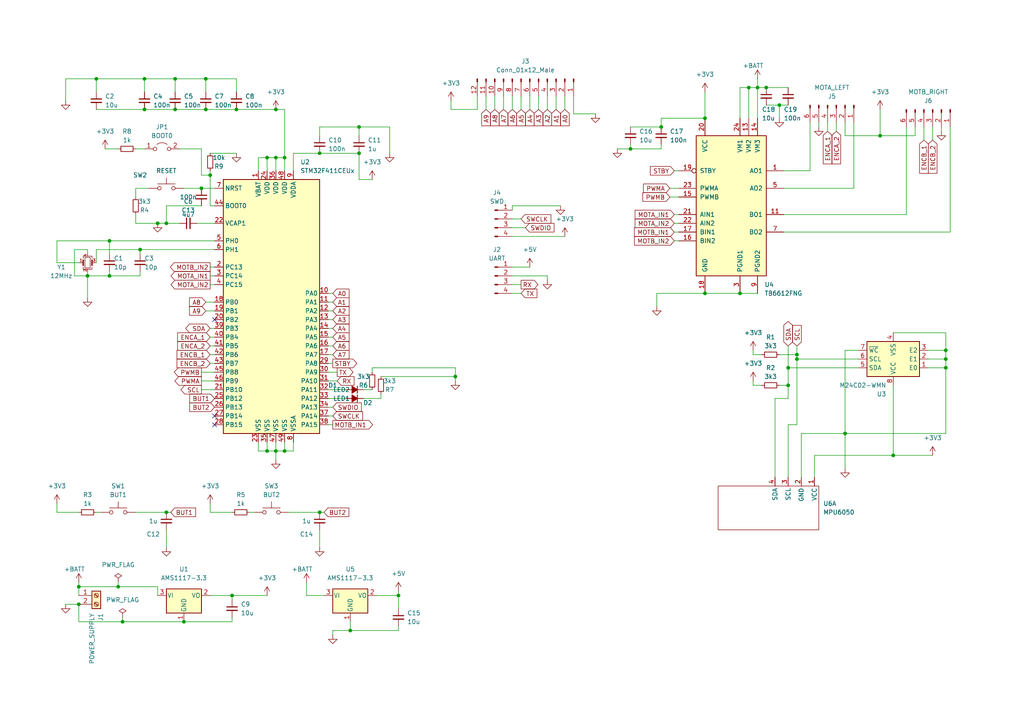
<source format=kicad_sch>
(kicad_sch (version 20211123) (generator eeschema)
  (paper "A4")
  (junction (at 67.31 172.72))
  (junction (at 219.71 25.4))
  (junction (at 27.94 22.86))
  (junction (at 48.26 64.77))
  (junction (at 104.14 36.83))
  (junction (at 82.55 130.81))
  (junction (at 82.55 45.72))
  (junction (at 59.69 22.86))
  (junction (at 231.14 102.87))
  (junction (at 80.01 130.81))
  (junction (at 92.71 148.59))
  (junction (at 50.8 22.86))
  (junction (at 228.6 111.76))
  (junction (at 274.32 106.68))
  (junction (at 101.6 182.88))
  (junction (at 40.64 72.39))
  (junction (at 204.47 34.29))
  (junction (at 104.14 44.45))
  (junction (at 191.77 36.83))
  (junction (at 58.42 54.61))
  (junction (at 59.69 31.75))
  (junction (at 77.47 130.81))
  (junction (at 60.96 50.8))
  (junction (at 48.26 148.59))
  (junction (at 92.71 44.45))
  (junction (at 228.6 106.68))
  (junction (at 22.86 170.18))
  (junction (at 132.08 109.22))
  (junction (at 31.75 69.85))
  (junction (at 274.32 101.6))
  (junction (at 217.17 25.4))
  (junction (at 182.88 43.18))
  (junction (at 255.27 39.37))
  (junction (at 45.72 64.77))
  (junction (at 77.47 45.72))
  (junction (at 41.91 31.75))
  (junction (at 259.08 132.08))
  (junction (at 274.32 104.14))
  (junction (at 35.56 180.34))
  (junction (at 80.01 45.72))
  (junction (at 226.06 30.48))
  (junction (at 31.75 80.01))
  (junction (at 214.63 85.09))
  (junction (at 50.8 31.75))
  (junction (at 222.25 25.4))
  (junction (at 68.58 31.75))
  (junction (at 204.47 85.09))
  (junction (at 22.86 175.26))
  (junction (at 231.14 104.14))
  (junction (at 115.57 172.72))
  (junction (at 25.4 80.01))
  (junction (at 53.34 180.34))
  (junction (at 80.01 31.75))
  (junction (at 34.29 170.18))
  (junction (at 41.91 22.86))
  (junction (at 245.11 125.73))
  (no_connect (at 62.23 120.65))
  (no_connect (at 62.23 123.19))
  (no_connect (at 62.23 92.71))
  (wire (pts (xy 140.97 27.94) (xy 140.97 31.75)))
  (wire (pts (xy 31.75 69.85) (xy 62.23 69.85)))
  (wire (pts (xy 41.91 22.86) (xy 41.91 26.67)))
  (wire (pts (xy 228.6 106.68) (xy 228.6 111.76)))
  (wire (pts (xy 100.33 113.03) (xy 95.25 113.03)))
  (wire (pts (xy 30.48 43.18) (xy 34.29 43.18)))
  (wire (pts (xy 53.34 54.61) (xy 58.42 54.61)))
  (wire (pts (xy 218.44 110.49) (xy 218.44 111.76)))
  (wire (pts (xy 21.59 72.39) (xy 25.4 72.39)))
  (wire (pts (xy 132.08 106.68) (xy 107.95 106.68)))
  (wire (pts (xy 60.96 44.45) (xy 68.58 44.45)))
  (wire (pts (xy 219.71 25.4) (xy 222.25 25.4)))
  (wire (pts (xy 68.58 26.67) (xy 68.58 22.86)))
  (wire (pts (xy 191.77 43.18) (xy 191.77 41.91)))
  (wire (pts (xy 68.58 22.86) (xy 59.69 22.86)))
  (wire (pts (xy 217.17 25.4) (xy 219.71 25.4)))
  (wire (pts (xy 60.96 95.25) (xy 62.23 95.25)))
  (wire (pts (xy 40.64 72.39) (xy 40.64 73.66)))
  (wire (pts (xy 83.82 148.59) (xy 92.71 148.59)))
  (wire (pts (xy 195.58 49.53) (xy 196.85 49.53)))
  (wire (pts (xy 77.47 128.27) (xy 77.47 130.81)))
  (wire (pts (xy 27.94 148.59) (xy 29.21 148.59)))
  (wire (pts (xy 58.42 50.8) (xy 60.96 50.8)))
  (wire (pts (xy 151.13 27.94) (xy 151.13 31.75)))
  (wire (pts (xy 25.4 80.01) (xy 25.4 86.36)))
  (wire (pts (xy 255.27 39.37) (xy 265.43 39.37)))
  (wire (pts (xy 85.09 44.45) (xy 85.09 49.53)))
  (wire (pts (xy 82.55 128.27) (xy 82.55 130.81)))
  (wire (pts (xy 16.51 76.2) (xy 16.51 69.85)))
  (wire (pts (xy 95.25 87.63) (xy 96.52 87.63)))
  (wire (pts (xy 77.47 45.72) (xy 77.47 49.53)))
  (wire (pts (xy 259.08 111.76) (xy 259.08 132.08)))
  (wire (pts (xy 195.58 64.77) (xy 196.85 64.77)))
  (wire (pts (xy 107.95 113.03) (xy 105.41 113.03)))
  (wire (pts (xy 218.44 111.76) (xy 220.98 111.76)))
  (wire (pts (xy 31.75 80.01) (xy 40.64 80.01)))
  (wire (pts (xy 59.69 90.17) (xy 62.23 90.17)))
  (wire (pts (xy 60.96 50.8) (xy 60.96 59.69)))
  (wire (pts (xy 267.97 36.83) (xy 267.97 40.64)))
  (wire (pts (xy 148.59 85.09) (xy 151.13 85.09)))
  (wire (pts (xy 95.25 90.17) (xy 96.52 90.17)))
  (wire (pts (xy 58.42 113.03) (xy 62.23 113.03)))
  (wire (pts (xy 245.11 125.73) (xy 245.11 135.89)))
  (wire (pts (xy 57.15 64.77) (xy 62.23 64.77)))
  (wire (pts (xy 274.32 96.52) (xy 259.08 96.52)))
  (wire (pts (xy 217.17 25.4) (xy 214.63 25.4)))
  (wire (pts (xy 101.6 182.88) (xy 115.57 182.88)))
  (wire (pts (xy 242.57 35.56) (xy 242.57 38.1)))
  (wire (pts (xy 228.6 100.33) (xy 228.6 106.68)))
  (wire (pts (xy 247.65 54.61) (xy 247.65 35.56)))
  (wire (pts (xy 74.93 128.27) (xy 74.93 130.81)))
  (wire (pts (xy 130.81 31.75) (xy 138.43 31.75)))
  (wire (pts (xy 25.4 80.01) (xy 31.75 80.01)))
  (wire (pts (xy 16.51 69.85) (xy 31.75 69.85)))
  (wire (pts (xy 88.9 172.72) (xy 93.98 172.72)))
  (wire (pts (xy 68.58 31.75) (xy 80.01 31.75)))
  (wire (pts (xy 41.91 31.75) (xy 50.8 31.75)))
  (wire (pts (xy 130.81 29.21) (xy 130.81 31.75)))
  (wire (pts (xy 27.94 31.75) (xy 41.91 31.75)))
  (wire (pts (xy 222.25 25.4) (xy 228.6 25.4)))
  (wire (pts (xy 95.25 102.87) (xy 96.52 102.87)))
  (wire (pts (xy 27.94 22.86) (xy 27.94 26.67)))
  (wire (pts (xy 95.25 123.19) (xy 96.52 123.19)))
  (wire (pts (xy 39.37 148.59) (xy 48.26 148.59)))
  (wire (pts (xy 50.8 22.86) (xy 41.91 22.86)))
  (wire (pts (xy 228.6 106.68) (xy 248.92 106.68)))
  (wire (pts (xy 232.41 125.73) (xy 245.11 125.73)))
  (wire (pts (xy 236.22 132.08) (xy 259.08 132.08)))
  (wire (pts (xy 67.31 173.99) (xy 67.31 172.72)))
  (wire (pts (xy 218.44 102.87) (xy 220.98 102.87)))
  (wire (pts (xy 50.8 22.86) (xy 50.8 26.67)))
  (wire (pts (xy 138.43 31.75) (xy 138.43 27.94)))
  (wire (pts (xy 48.26 148.59) (xy 49.53 148.59)))
  (wire (pts (xy 60.96 82.55) (xy 62.23 82.55)))
  (wire (pts (xy 72.39 148.59) (xy 73.66 148.59)))
  (wire (pts (xy 274.32 101.6) (xy 274.32 104.14)))
  (wire (pts (xy 195.58 67.31) (xy 196.85 67.31)))
  (wire (pts (xy 35.56 180.34) (xy 53.34 180.34)))
  (wire (pts (xy 148.59 63.5) (xy 151.13 63.5)))
  (wire (pts (xy 74.93 130.81) (xy 77.47 130.81)))
  (wire (pts (xy 60.96 49.53) (xy 60.96 50.8)))
  (wire (pts (xy 22.86 76.2) (xy 16.51 76.2)))
  (wire (pts (xy 101.6 180.34) (xy 101.6 182.88)))
  (wire (pts (xy 224.79 115.57) (xy 228.6 115.57)))
  (wire (pts (xy 80.01 133.35) (xy 80.01 130.81)))
  (wire (pts (xy 27.94 22.86) (xy 19.05 22.86)))
  (wire (pts (xy 43.18 54.61) (xy 39.37 54.61)))
  (wire (pts (xy 22.86 170.18) (xy 22.86 172.72)))
  (wire (pts (xy 204.47 85.09) (xy 214.63 85.09)))
  (wire (pts (xy 143.51 27.94) (xy 143.51 31.75)))
  (wire (pts (xy 226.06 34.29) (xy 226.06 30.48)))
  (wire (pts (xy 40.64 78.74) (xy 40.64 80.01)))
  (wire (pts (xy 245.11 125.73) (xy 274.32 125.73)))
  (wire (pts (xy 245.11 35.56) (xy 245.11 39.37)))
  (wire (pts (xy 166.37 33.02) (xy 166.37 27.94)))
  (wire (pts (xy 95.25 97.79) (xy 96.52 97.79)))
  (wire (pts (xy 231.14 104.14) (xy 231.14 123.19)))
  (wire (pts (xy 104.14 36.83) (xy 104.14 39.37)))
  (wire (pts (xy 132.08 106.68) (xy 132.08 109.22)))
  (wire (pts (xy 60.96 102.87) (xy 62.23 102.87)))
  (wire (pts (xy 82.55 130.81) (xy 85.09 130.81)))
  (wire (pts (xy 95.25 120.65) (xy 96.52 120.65)))
  (wire (pts (xy 153.67 27.94) (xy 153.67 31.75)))
  (wire (pts (xy 35.56 179.07) (xy 35.56 180.34)))
  (wire (pts (xy 52.07 43.18) (xy 58.42 43.18)))
  (wire (pts (xy 74.93 45.72) (xy 74.93 49.53)))
  (wire (pts (xy 274.32 104.14) (xy 274.32 106.68)))
  (wire (pts (xy 80.01 31.75) (xy 82.55 31.75)))
  (wire (pts (xy 115.57 181.61) (xy 115.57 182.88)))
  (wire (pts (xy 194.31 54.61) (xy 196.85 54.61)))
  (wire (pts (xy 27.94 72.39) (xy 27.94 76.2)))
  (wire (pts (xy 82.55 45.72) (xy 82.55 49.53)))
  (wire (pts (xy 195.58 69.85) (xy 196.85 69.85)))
  (wire (pts (xy 274.32 96.52) (xy 274.32 101.6)))
  (wire (pts (xy 182.88 36.83) (xy 191.77 36.83)))
  (wire (pts (xy 226.06 30.48) (xy 228.6 30.48)))
  (wire (pts (xy 60.96 100.33) (xy 62.23 100.33)))
  (wire (pts (xy 191.77 34.29) (xy 204.47 34.29)))
  (wire (pts (xy 214.63 25.4) (xy 214.63 34.29)))
  (wire (pts (xy 194.31 57.15) (xy 196.85 57.15)))
  (wire (pts (xy 148.59 27.94) (xy 148.59 31.75)))
  (wire (pts (xy 148.59 77.47) (xy 153.67 77.47)))
  (wire (pts (xy 60.96 77.47) (xy 62.23 77.47)))
  (wire (pts (xy 58.42 59.69) (xy 48.26 59.69)))
  (wire (pts (xy 245.11 39.37) (xy 255.27 39.37)))
  (wire (pts (xy 269.24 101.6) (xy 274.32 101.6)))
  (wire (pts (xy 60.96 105.41) (xy 62.23 105.41)))
  (wire (pts (xy 148.59 66.04) (xy 152.4 66.04)))
  (wire (pts (xy 146.05 27.94) (xy 146.05 31.75)))
  (wire (pts (xy 97.79 110.49) (xy 95.25 110.49)))
  (wire (pts (xy 21.59 80.01) (xy 21.59 72.39)))
  (wire (pts (xy 148.59 59.69) (xy 162.56 59.69)))
  (wire (pts (xy 85.09 130.81) (xy 85.09 128.27)))
  (wire (pts (xy 22.86 175.26) (xy 22.86 180.34)))
  (wire (pts (xy 25.4 80.01) (xy 21.59 80.01)))
  (wire (pts (xy 232.41 125.73) (xy 232.41 138.43)))
  (wire (pts (xy 19.05 175.26) (xy 22.86 175.26)))
  (wire (pts (xy 67.31 179.07) (xy 67.31 180.34)))
  (wire (pts (xy 275.59 67.31) (xy 275.59 36.83)))
  (wire (pts (xy 60.96 148.59) (xy 67.31 148.59)))
  (wire (pts (xy 148.59 82.55) (xy 151.13 82.55)))
  (wire (pts (xy 60.96 97.79) (xy 62.23 97.79)))
  (wire (pts (xy 92.71 44.45) (xy 104.14 44.45)))
  (wire (pts (xy 16.51 146.05) (xy 16.51 148.59)))
  (wire (pts (xy 274.32 106.68) (xy 274.32 125.73)))
  (wire (pts (xy 240.03 35.56) (xy 240.03 38.1)))
  (wire (pts (xy 95.25 107.95) (xy 97.79 107.95)))
  (wire (pts (xy 236.22 132.08) (xy 236.22 138.43)))
  (wire (pts (xy 228.6 115.57) (xy 228.6 111.76)))
  (wire (pts (xy 92.71 148.59) (xy 93.98 148.59)))
  (wire (pts (xy 115.57 171.45) (xy 115.57 172.72)))
  (wire (pts (xy 80.01 45.72) (xy 77.47 45.72)))
  (wire (pts (xy 25.4 72.39) (xy 25.4 73.66)))
  (wire (pts (xy 58.42 54.61) (xy 62.23 54.61)))
  (wire (pts (xy 19.05 22.86) (xy 19.05 29.21)))
  (wire (pts (xy 115.57 172.72) (xy 115.57 176.53)))
  (wire (pts (xy 228.6 123.19) (xy 231.14 123.19)))
  (wire (pts (xy 92.71 44.45) (xy 85.09 44.45)))
  (wire (pts (xy 107.95 106.68) (xy 107.95 107.95)))
  (wire (pts (xy 262.89 62.23) (xy 262.89 36.83)))
  (wire (pts (xy 156.21 27.94) (xy 156.21 31.75)))
  (wire (pts (xy 234.95 49.53) (xy 234.95 35.56)))
  (wire (pts (xy 34.29 168.91) (xy 34.29 170.18)))
  (wire (pts (xy 218.44 101.6) (xy 218.44 102.87)))
  (wire (pts (xy 50.8 31.75) (xy 59.69 31.75)))
  (wire (pts (xy 80.01 45.72) (xy 80.01 49.53)))
  (wire (pts (xy 88.9 168.91) (xy 88.9 172.72)))
  (wire (pts (xy 27.94 72.39) (xy 40.64 72.39)))
  (wire (pts (xy 204.47 26.67) (xy 204.47 34.29)))
  (wire (pts (xy 80.01 130.81) (xy 82.55 130.81)))
  (wire (pts (xy 132.08 109.22) (xy 132.08 110.49)))
  (wire (pts (xy 224.79 138.43) (xy 224.79 115.57)))
  (wire (pts (xy 60.96 80.01) (xy 62.23 80.01)))
  (wire (pts (xy 31.75 78.74) (xy 31.75 80.01)))
  (wire (pts (xy 82.55 31.75) (xy 82.55 45.72)))
  (wire (pts (xy 148.59 59.69) (xy 148.59 60.96)))
  (wire (pts (xy 95.25 95.25) (xy 96.52 95.25)))
  (wire (pts (xy 179.07 43.18) (xy 182.88 43.18)))
  (wire (pts (xy 104.14 36.83) (xy 92.71 36.83)))
  (wire (pts (xy 219.71 25.4) (xy 219.71 34.29)))
  (wire (pts (xy 100.33 115.57) (xy 95.25 115.57)))
  (wire (pts (xy 231.14 100.33) (xy 231.14 102.87)))
  (wire (pts (xy 34.29 170.18) (xy 45.72 170.18)))
  (wire (pts (xy 227.33 49.53) (xy 234.95 49.53)))
  (wire (pts (xy 82.55 45.72) (xy 80.01 45.72)))
  (wire (pts (xy 58.42 110.49) (xy 62.23 110.49)))
  (wire (pts (xy 96.52 184.15) (xy 96.52 182.88)))
  (wire (pts (xy 191.77 36.83) (xy 191.77 34.29)))
  (wire (pts (xy 231.14 102.87) (xy 231.14 104.14)))
  (wire (pts (xy 59.69 22.86) (xy 50.8 22.86)))
  (wire (pts (xy 269.24 106.68) (xy 274.32 106.68)))
  (wire (pts (xy 39.37 54.61) (xy 39.37 57.15)))
  (wire (pts (xy 22.86 180.34) (xy 35.56 180.34)))
  (wire (pts (xy 31.75 69.85) (xy 31.75 73.66)))
  (wire (pts (xy 104.14 44.45) (xy 104.14 52.07)))
  (wire (pts (xy 77.47 45.72) (xy 74.93 45.72)))
  (wire (pts (xy 227.33 62.23) (xy 262.89 62.23)))
  (wire (pts (xy 92.71 36.83) (xy 92.71 39.37)))
  (wire (pts (xy 77.47 130.81) (xy 80.01 130.81)))
  (wire (pts (xy 58.42 107.95) (xy 62.23 107.95)))
  (wire (pts (xy 259.08 132.08) (xy 270.51 132.08)))
  (wire (pts (xy 237.49 35.56) (xy 237.49 36.83)))
  (wire (pts (xy 219.71 22.86) (xy 219.71 25.4)))
  (wire (pts (xy 269.24 104.14) (xy 274.32 104.14)))
  (wire (pts (xy 163.83 27.94) (xy 163.83 31.75)))
  (wire (pts (xy 265.43 36.83) (xy 265.43 39.37)))
  (wire (pts (xy 45.72 170.18) (xy 45.72 172.72)))
  (wire (pts (xy 231.14 104.14) (xy 248.92 104.14)))
  (wire (pts (xy 245.11 101.6) (xy 245.11 125.73)))
  (wire (pts (xy 53.34 180.34) (xy 67.31 180.34)))
  (wire (pts (xy 22.86 168.91) (xy 22.86 170.18)))
  (wire (pts (xy 92.71 153.67) (xy 92.71 158.75)))
  (wire (pts (xy 273.05 36.83) (xy 273.05 38.1)))
  (wire (pts (xy 77.47 172.72) (xy 67.31 172.72)))
  (wire (pts (xy 113.03 44.45) (xy 113.03 36.83)))
  (wire (pts (xy 228.6 138.43) (xy 228.6 123.19)))
  (wire (pts (xy 60.96 59.69) (xy 62.23 59.69)))
  (wire (pts (xy 226.06 111.76) (xy 228.6 111.76)))
  (wire (pts (xy 226.06 102.87) (xy 231.14 102.87)))
  (wire (pts (xy 226.06 30.48) (xy 222.25 30.48)))
  (wire (pts (xy 39.37 43.18) (xy 41.91 43.18)))
  (wire (pts (xy 190.5 88.9) (xy 190.5 85.09)))
  (wire (pts (xy 104.14 36.83) (xy 113.03 36.83)))
  (wire (pts (xy 95.25 100.33) (xy 96.52 100.33)))
  (wire (pts (xy 48.26 59.69) (xy 48.26 64.77)))
  (wire (pts (xy 172.72 33.02) (xy 166.37 33.02)))
  (wire (pts (xy 39.37 62.23) (xy 39.37 64.77)))
  (wire (pts (xy 195.58 62.23) (xy 196.85 62.23)))
  (wire (pts (xy 182.88 43.18) (xy 191.77 43.18)))
  (wire (pts (xy 227.33 67.31) (xy 275.59 67.31)))
  (wire (pts (xy 59.69 22.86) (xy 59.69 26.67)))
  (wire (pts (xy 245.11 101.6) (xy 248.92 101.6)))
  (wire (pts (xy 45.72 64.77) (xy 48.26 64.77)))
  (wire (pts (xy 60.96 172.72) (xy 67.31 172.72)))
  (wire (pts (xy 132.08 109.22) (xy 110.49 109.22)))
  (wire (pts (xy 270.51 36.83) (xy 270.51 40.64)))
  (wire (pts (xy 22.86 170.18) (xy 34.29 170.18)))
  (wire (pts (xy 110.49 114.3) (xy 110.49 115.57)))
  (wire (pts (xy 95.25 85.09) (xy 96.52 85.09)))
  (wire (pts (xy 255.27 31.75) (xy 255.27 39.37)))
  (wire (pts (xy 95.25 92.71) (xy 96.52 92.71)))
  (wire (pts (xy 95.25 118.11) (xy 96.52 118.11)))
  (wire (pts (xy 48.26 64.77) (xy 52.07 64.77)))
  (wire (pts (xy 95.25 105.41) (xy 96.52 105.41)))
  (wire (pts (xy 107.95 52.07) (xy 104.14 52.07)))
  (wire (pts (xy 214.63 85.09) (xy 219.71 85.09)))
  (wire (pts (xy 59.69 87.63) (xy 62.23 87.63)))
  (wire (pts (xy 148.59 80.01) (xy 158.75 80.01)))
  (wire (pts (xy 110.49 115.57) (xy 105.41 115.57)))
  (wire (pts (xy 161.29 27.94) (xy 161.29 31.75)))
  (wire (pts (xy 59.69 31.75) (xy 68.58 31.75)))
  (wire (pts (xy 96.52 182.88) (xy 101.6 182.88)))
  (wire (pts (xy 158.75 80.01) (xy 158.75 81.28)))
  (wire (pts (xy 148.59 68.58) (xy 163.83 68.58)))
  (wire (pts (xy 227.33 54.61) (xy 247.65 54.61)))
  (wire (pts (xy 41.91 22.86) (xy 27.94 22.86)))
  (wire (pts (xy 109.22 172.72) (xy 115.57 172.72)))
  (wire (pts (xy 190.5 85.09) (xy 204.47 85.09)))
  (wire (pts (xy 16.51 148.59) (xy 22.86 148.59)))
  (wire (pts (xy 39.37 64.77) (xy 45.72 64.77)))
  (wire (pts (xy 25.4 78.74) (xy 25.4 80.01)))
  (wire (pts (xy 217.17 25.4) (xy 217.17 34.29)))
  (wire (pts (xy 48.26 153.67) (xy 48.26 158.75)))
  (wire (pts (xy 80.01 128.27) (xy 80.01 130.81)))
  (wire (pts (xy 158.75 27.94) (xy 158.75 31.75)))
  (wire (pts (xy 60.96 146.05) (xy 60.96 148.59)))
  (wire (pts (xy 40.64 72.39) (xy 62.23 72.39)))
  (wire (pts (xy 182.88 43.18) (xy 182.88 41.91)))
  (wire (pts (xy 58.42 43.18) (xy 58.42 50.8)))
  (global_label "BUT2" (shape input) (at 62.23 118.11 180) (property "Intersheet References" "${INTERSHEET_REFS}" (effects hide)))
  (global_label "A4" (shape input) (at 96.52 95.25 0) (property "Intersheet References" "${INTERSHEET_REFS}" (effects hide)))
  (global_label "ENCA_2" (shape input) (at 60.96 100.33 180) (property "Intersheet References" "${INTERSHEET_REFS}" (effects hide)))
  (global_label "MOTB_IN1" (shape output) (at 96.52 123.19 0) (property "Intersheet References" "${INTERSHEET_REFS}" (effects hide)))
  (global_label "BUT2" (shape input) (at 93.98 148.59 0) (property "Intersheet References" "${INTERSHEET_REFS}" (effects hide)))
  (global_label "ENCB_1" (shape input) (at 60.96 102.87 180) (property "Intersheet References" "${INTERSHEET_REFS}" (effects hide)))
  (global_label "A8" (shape input) (at 143.51 31.75 270) (property "Intersheet References" "${INTERSHEET_REFS}" (effects hide)))
  (global_label "MOTA_IN2" (shape output) (at 60.96 82.55 180) (property "Intersheet References" "${INTERSHEET_REFS}" (effects hide)))
  (global_label "SWDIO" (shape input) (at 152.4 66.04 0) (property "Intersheet References" "${INTERSHEET_REFS}" (effects hide)))
  (global_label "MOTB_IN2" (shape input) (at 195.58 69.85 180) (property "Intersheet References" "${INTERSHEET_REFS}" (effects hide)))
  (global_label "TX" (shape output) (at 97.79 107.95 0) (property "Intersheet References" "${INTERSHEET_REFS}" (effects hide)))
  (global_label "A0" (shape input) (at 163.83 31.75 270) (property "Intersheet References" "${INTERSHEET_REFS}" (effects hide)))
  (global_label "BUT1" (shape input) (at 62.23 115.57 180) (property "Intersheet References" "${INTERSHEET_REFS}" (effects hide)))
  (global_label "A5" (shape input) (at 96.52 97.79 0) (property "Intersheet References" "${INTERSHEET_REFS}" (effects hide)))
  (global_label "SWDIO" (shape input) (at 96.52 118.11 0) (property "Intersheet References" "${INTERSHEET_REFS}" (effects hide)))
  (global_label "RX" (shape input) (at 97.79 110.49 0) (property "Intersheet References" "${INTERSHEET_REFS}" (effects hide)))
  (global_label "SWCLK" (shape input) (at 151.13 63.5 0) (property "Intersheet References" "${INTERSHEET_REFS}" (effects hide)))
  (global_label "A8" (shape input) (at 59.69 87.63 180) (property "Intersheet References" "${INTERSHEET_REFS}" (effects hide)))
  (global_label "PWMB" (shape input) (at 194.31 57.15 180) (property "Intersheet References" "${INTERSHEET_REFS}" (effects hide)))
  (global_label "A4" (shape input) (at 153.67 31.75 270) (property "Intersheet References" "${INTERSHEET_REFS}" (effects hide)))
  (global_label "BUT1" (shape input) (at 49.53 148.59 0) (property "Intersheet References" "${INTERSHEET_REFS}" (effects hide)))
  (global_label "A3" (shape input) (at 156.21 31.75 270) (property "Intersheet References" "${INTERSHEET_REFS}" (effects hide)))
  (global_label "STBY" (shape output) (at 96.52 105.41 0) (property "Intersheet References" "${INTERSHEET_REFS}" (effects hide)))
  (global_label "A0" (shape input) (at 96.52 85.09 0) (property "Intersheet References" "${INTERSHEET_REFS}" (effects hide)))
  (global_label "A5" (shape input) (at 151.13 31.75 270) (property "Intersheet References" "${INTERSHEET_REFS}" (effects hide)))
  (global_label "A9" (shape input) (at 59.69 90.17 180) (property "Intersheet References" "${INTERSHEET_REFS}" (effects hide)))
  (global_label "MOTA_IN2" (shape input) (at 195.58 64.77 180) (property "Intersheet References" "${INTERSHEET_REFS}" (effects hide)))
  (global_label "A1" (shape input) (at 96.52 87.63 0) (property "Intersheet References" "${INTERSHEET_REFS}" (effects hide)))
  (global_label "A7" (shape input) (at 146.05 31.75 270) (property "Intersheet References" "${INTERSHEET_REFS}" (effects hide)))
  (global_label "A2" (shape input) (at 96.52 90.17 0) (property "Intersheet References" "${INTERSHEET_REFS}" (effects hide)))
  (global_label "RX" (shape output) (at 151.13 82.55 0) (property "Intersheet References" "${INTERSHEET_REFS}" (effects hide)))
  (global_label "MOTB_IN2" (shape output) (at 60.96 77.47 180) (property "Intersheet References" "${INTERSHEET_REFS}" (effects hide)))
  (global_label "SWCLK" (shape input) (at 96.52 120.65 0) (property "Intersheet References" "${INTERSHEET_REFS}" (effects hide)))
  (global_label "A9" (shape input) (at 140.97 31.75 270) (property "Intersheet References" "${INTERSHEET_REFS}" (effects hide)))
  (global_label "SDA" (shape bidirectional) (at 228.6 100.33 90) (property "Intersheet References" "${INTERSHEET_REFS}" (effects hide)))
  (global_label "STBY" (shape input) (at 195.58 49.53 180) (property "Intersheet References" "${INTERSHEET_REFS}" (effects hide)))
  (global_label "ENCB_1" (shape input) (at 267.97 40.64 270) (property "Intersheet References" "${INTERSHEET_REFS}" (effects hide)))
  (global_label "A7" (shape input) (at 96.52 102.87 0) (property "Intersheet References" "${INTERSHEET_REFS}" (effects hide)))
  (global_label "PWMA" (shape output) (at 58.42 110.49 180) (property "Intersheet References" "${INTERSHEET_REFS}" (effects hide)))
  (global_label "PWMA" (shape input) (at 194.31 54.61 180) (property "Intersheet References" "${INTERSHEET_REFS}" (effects hide)))
  (global_label "MOTB_IN1" (shape input) (at 195.58 67.31 180) (property "Intersheet References" "${INTERSHEET_REFS}" (effects hide)))
  (global_label "ENCA_2" (shape input) (at 242.57 38.1 270) (property "Intersheet References" "${INTERSHEET_REFS}" (effects hide)))
  (global_label "A6" (shape input) (at 148.59 31.75 270) (property "Intersheet References" "${INTERSHEET_REFS}" (effects hide)))
  (global_label "SDA" (shape bidirectional) (at 60.96 95.25 180) (property "Intersheet References" "${INTERSHEET_REFS}" (effects hide)))
  (global_label "ENCB_2" (shape input) (at 60.96 105.41 180) (property "Intersheet References" "${INTERSHEET_REFS}" (effects hide)))
  (global_label "SCL" (shape input) (at 231.14 100.33 90) (property "Intersheet References" "${INTERSHEET_REFS}" (effects hide)))
  (global_label "PWMB" (shape output) (at 58.42 107.95 180) (property "Intersheet References" "${INTERSHEET_REFS}" (effects hide)))
  (global_label "ENCA_1" (shape input) (at 60.96 97.79 180) (property "Intersheet References" "${INTERSHEET_REFS}" (effects hide)))
  (global_label "A2" (shape input) (at 158.75 31.75 270) (property "Intersheet References" "${INTERSHEET_REFS}" (effects hide)))
  (global_label "MOTA_IN1" (shape output) (at 60.96 80.01 180) (property "Intersheet References" "${INTERSHEET_REFS}" (effects hide)))
  (global_label "ENCB_2" (shape input) (at 270.51 40.64 270) (property "Intersheet References" "${INTERSHEET_REFS}" (effects hide)))
  (global_label "SCL" (shape output) (at 58.42 113.03 180) (property "Intersheet References" "${INTERSHEET_REFS}" (effects hide)))
  (global_label "A6" (shape input) (at 96.52 100.33 0) (property "Intersheet References" "${INTERSHEET_REFS}" (effects hide)))
  (global_label "MOTA_IN1" (shape input) (at 195.58 62.23 180) (property "Intersheet References" "${INTERSHEET_REFS}" (effects hide)))
  (global_label "TX" (shape input) (at 151.13 85.09 0) (property "Intersheet References" "${INTERSHEET_REFS}" (effects hide)))
  (global_label "A1" (shape input) (at 161.29 31.75 270) (property "Intersheet References" "${INTERSHEET_REFS}" (effects hide)))
  (global_label "ENCA_1" (shape input) (at 240.03 38.1 270) (property "Intersheet References" "${INTERSHEET_REFS}" (effects hide)))
  (global_label "A3" (shape input) (at 96.52 92.71 0) (property "Intersheet References" "${INTERSHEET_REFS}" (effects hide)))
  (symbol (lib_id "power:+3V3") (at 80.01 31.75 0) (unit 1)
    (property "Reference" "#PWR0115" (effects hide))
    (property "Value" "+3V3" (at 80.01 26.67 0))
  )
  (symbol (lib_id "power:PWR_FLAG") (at 34.29 168.91 0) (unit 1)
    (property "Reference" "#FLG0102" (effects hide))
    (property "Value" "PWR_FLAG" (at 34.29 163.83 0))
  )
  (symbol (lib_id "Connector:Conn_01x06_Male") (at 242.57 30.48 270) (unit 1)
    (property "Reference" "J5" (at 241.3 27.94 90))
    (property "Value" "MOTA_LEFT" (at 241.3 25.4 90))
    (property "Footprint" "Connector_PinSocket_2.54mm:PinSocket_1x06_P2.54mm_Vertical" (effects hide))
  )
  (symbol (lib_id "power:GND") (at 80.01 133.35 0) (unit 1)
    (property "Reference" "#PWR0113" (effects hide))
    (property "Value" "GND" (effects hide))
  )
  (symbol (lib_id "Device:C_Small") (at 191.77 39.37 0) (mirror y) (unit 1)
    (property "Reference" "C17" (at 194.31 38.1062 0) (effects (justify right)))
    (property "Value" "100n" (at 194.31 40.6462 0) (effects (justify right)))
    (property "Footprint" "Capacitor_SMD:C_0603_1608Metric_Pad1.08x0.95mm_HandSolder" (effects hide))
  )
  (symbol (lib_id "MY_ACC:MPU6050") (at 238.76 148.59 270) (unit 1)
    (property "Reference" "U6" (at 238.76 146.0499 90) (effects (justify left)))
    (property "Value" "MPU6050" (at 238.76 148.5899 90) (effects (justify left)))
    (property "Footprint" "MPU6050:MPU6050THT" (effects hide))
  )
  (symbol (lib_id "power:+3V3") (at 130.81 29.21 0) (unit 1)
    (property "Reference" "#PWR0108" (effects hide))
    (property "Value" "+3V3" (at 130.81 24.13 0))
  )
  (symbol (lib_id "Device:D_Small_Filled") (at 102.87 113.03 180) (unit 1)
    (property "Reference" "D1" (at 96.52 111.76 0))
    (property "Value" "LED2" (at 99.06 113.03 0))
    (property "Footprint" "LED_SMD:LED_0805_2012Metric_Pad1.15x1.40mm_HandSolder" (effects hide))
  )
  (symbol (lib_id "power:GND") (at 190.5 88.9 0) (unit 1)
    (property "Reference" "#PWR015" (effects hide))
    (property "Value" "GND" (effects hide))
  )
  (symbol (lib_id "Device:C_Small") (at 27.94 29.21 0) (mirror y) (unit 1)
    (property "Reference" "C2" (at 30.48 27.9462 0) (effects (justify right)))
    (property "Value" "10u" (at 30.48 30.4862 0) (effects (justify right)))
    (property "Footprint" "Capacitor_SMD:C_0805_2012Metric_Pad1.18x1.45mm_HandSolder" (effects hide))
  )
  (symbol (lib_id "Device:C_Small") (at 92.71 41.91 0) (mirror y) (unit 1)
    (property "Reference" "C10" (at 95.25 40.6462 0) (effects (justify right)))
    (property "Value" "100n" (at 95.25 43.1862 0) (effects (justify right)))
    (property "Footprint" "Capacitor_SMD:C_0603_1608Metric_Pad1.08x0.95mm_HandSolder" (effects hide))
  )
  (symbol (lib_id "power:+3V3") (at 107.95 52.07 0) (unit 1)
    (property "Reference" "#PWR0116" (effects hide))
    (property "Value" "+3V3" (at 107.95 46.99 0))
  )
  (symbol (lib_id "Regulator_Linear:AMS1117-3.3") (at 101.6 172.72 0) (unit 1)
    (property "Reference" "U5" (at 101.6 165.1 0))
    (property "Value" "AMS1117-3.3" (at 101.6 167.64 0))
    (property "Footprint" "Package_TO_SOT_SMD:SOT-223-3_TabPin2" (effects hide))
    (property "Datasheet" "http://www.advanced-monolithic.com/pdf/ds1117.pdf" (effects hide))
  )
  (symbol (lib_id "Device:C_Small") (at 222.25 27.94 0) (mirror y) (unit 1)
    (property "Reference" "C18" (at 220.98 31.75 0) (effects (justify right)))
    (property "Value" "10u" (at 220.98 34.29 0) (effects (justify right)))
    (property "Footprint" "Capacitor_SMD:C_0805_2012Metric_Pad1.18x1.45mm_HandSolder" (effects hide))
  )
  (symbol (lib_id "Device:R_Small") (at 39.37 59.69 0) (unit 1)
    (property "Reference" "R4" (at 41.91 60.96 0))
    (property "Value" "3k3" (at 41.91 58.42 0))
    (property "Footprint" "Resistor_SMD:R_0805_2012Metric_Pad1.20x1.40mm_HandSolder" (effects hide))
  )
  (symbol (lib_id "power:+5V") (at 115.57 171.45 0) (unit 1)
    (property "Reference" "#PWR08" (effects hide))
    (property "Value" "+5V" (at 115.57 166.37 0))
  )
  (symbol (lib_id "power:GND") (at 45.72 64.77 0) (unit 1)
    (property "Reference" "#PWR0110" (effects hide))
    (property "Value" "GND" (effects hide))
  )
  (symbol (lib_id "power:+3V3") (at 270.51 132.08 0) (unit 1)
    (property "Reference" "#PWR0104" (effects hide))
    (property "Value" "+3V3" (at 270.51 127 0))
  )
  (symbol (lib_id "MCU_ST_STM32F4:STM32F411CEUx") (at 80.01 87.63 0) (unit 1)
    (property "Reference" "U2" (at 87.1094 46.99 0) (effects (justify left)))
    (property "Value" "STM32F411CEUx" (at 87.1094 49.53 0) (effects (justify left)))
    (property "Footprint" "Package_DFN_QFN:QFN-48-1EP_7x7mm_P0.5mm_EP5.6x5.6mm" (effects hide))
    (property "Datasheet" "http://www.st.com/st-web-ui/static/active/en/resource/technical/document/datasheet/DM00115249.pdf" (effects hide))
    (property "LCSC" "C60420" (effects hide))
  )
  (symbol (lib_id "Connector:Conn_01x04_Male") (at 143.51 63.5 0) (unit 1)
    (property "Reference" "J4" (at 144.145 55.88 0))
    (property "Value" "SWD" (at 144.145 58.42 0))
    (property "Footprint" "Connector_PinSocket_2.54mm:PinSocket_1x04_P2.54mm_Vertical" (effects hide))
  )
  (symbol (lib_id "Device:Crystal_GND24_Small") (at 25.4 76.2 0) (unit 1)
    (property "Reference" "Y1" (at 17.78 77.47 0))
    (property "Value" "12MHz" (at 17.78 80.01 0))
    (property "Footprint" "Crystal:Crystal_SMD_3225-4Pin_3.2x2.5mm_HandSoldering" (effects hide))
  )
  (symbol (lib_id "power:+3V3") (at 60.96 146.05 0) (unit 1)
    (property "Reference" "#PWR03" (effects hide))
    (property "Value" "+3V3" (at 60.96 140.97 0))
  )
  (symbol (lib_id "power:+3V3") (at 218.44 110.49 0) (unit 1)
    (property "Reference" "#PWR0106" (effects hide))
    (property "Value" "+3V3" (at 218.44 105.41 0))
  )
  (symbol (lib_id "power:GND") (at 179.07 43.18 0) (unit 1)
    (property "Reference" "#PWR014" (effects hide))
    (property "Value" "GND" (effects hide))
  )
  (symbol (lib_id "power:+3V3") (at 218.44 101.6 0) (unit 1)
    (property "Reference" "#PWR0107" (effects hide))
    (property "Value" "+3V3" (at 218.44 96.52 0))
  )
  (symbol (lib_id "power:+BATT") (at 88.9 168.91 0) (unit 1)
    (property "Reference" "#PWR05" (effects hide))
    (property "Value" "+BATT" (at 87.63 165.1 0))
  )
  (symbol (lib_id "Device:R_Small") (at 60.96 46.99 0) (unit 1)
    (property "Reference" "R9" (at 63.5 48.26 0))
    (property "Value" "10k" (at 63.5 45.72 0))
    (property "Footprint" "Resistor_SMD:R_0805_2012Metric_Pad1.20x1.40mm_HandSolder" (effects hide))
  )
  (symbol (lib_id "Device:C_Small") (at 59.69 29.21 0) (mirror y) (unit 1)
    (property "Reference" "C7" (at 62.23 27.9462 0) (effects (justify right)))
    (property "Value" "100n" (at 62.23 30.4862 0) (effects (justify right)))
    (property "Footprint" "Capacitor_SMD:C_0603_1608Metric_Pad1.08x0.95mm_HandSolder" (effects hide))
  )
  (symbol (lib_id "Device:C_Small") (at 92.71 151.13 0) (mirror y) (unit 1)
    (property "Reference" "C14" (at 88.9 154.94 0))
    (property "Value" "1u" (at 88.9 151.13 0))
    (property "Footprint" "Capacitor_SMD:C_0603_1608Metric_Pad1.08x0.95mm_HandSolder" (effects hide))
  )
  (symbol (lib_id "power:+3V3") (at 204.47 26.67 0) (unit 1)
    (property "Reference" "#PWR016" (effects hide))
    (property "Value" "+3V3" (at 204.47 21.59 0))
  )
  (symbol (lib_id "Device:C_Small") (at 54.61 64.77 90) (mirror x) (unit 1)
    (property "Reference" "C6" (at 54.61 58.42 90))
    (property "Value" "4u7" (at 54.61 62.23 90))
    (property "Footprint" "Capacitor_SMD:C_0603_1608Metric_Pad1.08x0.95mm_HandSolder" (effects hide))
  )
  (symbol (lib_id "Device:C_Small") (at 31.75 76.2 0) (mirror y) (unit 1)
    (property "Reference" "C1" (at 33.02 74.93 0) (effects (justify right)))
    (property "Value" "10p" (at 33.02 77.47 0) (effects (justify right)))
    (property "Footprint" "Capacitor_SMD:C_0603_1608Metric_Pad1.08x0.95mm_HandSolder" (effects hide))
  )
  (symbol (lib_id "Connector:Conn_01x04_Male") (at 143.51 80.01 0) (unit 1)
    (property "Reference" "J2" (at 144.145 72.39 0))
    (property "Value" "UART" (at 144.145 74.93 0))
    (property "Footprint" "Connector_PinSocket_2.54mm:PinSocket_1x04_P2.54mm_Vertical" (effects hide))
  )
  (symbol (lib_id "power:+BATT") (at 219.71 22.86 0) (unit 1)
    (property "Reference" "#PWR017" (effects hide))
    (property "Value" "+BATT" (at 218.44 19.05 0))
  )
  (symbol (lib_id "Switch:SW_Push") (at 48.26 54.61 0) (unit 1)
    (property "Reference" "SW2" (at 40.64 50.8 0))
    (property "Value" "RESET" (at 48.26 49.53 0))
    (property "Footprint" "Button_Switch_THT:SW_PUSH_6mm" (effects hide))
  )
  (symbol (lib_id "power:PWR_FLAG") (at 35.56 179.07 0) (unit 1)
    (property "Reference" "#FLG0101" (effects hide))
    (property "Value" "PWR_FLAG" (at 35.56 173.99 0))
  )
  (symbol (lib_id "Connector:Conn_01x12_Male") (at 153.67 22.86 270) (unit 1)
    (property "Reference" "J3" (at 152.4 17.78 90))
    (property "Value" "Conn_01x12_Male" (at 152.4 20.32 90))
    (property "Footprint" "Connector_FFC-FPC:Hirose_FH12-12S-0.5SH_1x12-1MP_P0.50mm_Horizontal" (effects hide))
  )
  (symbol (lib_id "Device:C_Small") (at 41.91 29.21 0) (mirror y) (unit 1)
    (property "Reference" "C4" (at 44.45 27.9462 0) (effects (justify right)))
    (property "Value" "100n" (at 44.45 30.4862 0) (effects (justify right)))
    (property "Footprint" "Capacitor_SMD:C_0603_1608Metric_Pad1.08x0.95mm_HandSolder" (effects hide))
  )
  (symbol (lib_id "power:+3V3") (at 30.48 43.18 0) (unit 1)
    (property "Reference" "#PWR0118" (effects hide))
    (property "Value" "+3V3" (at 30.48 38.1 0))
  )
  (symbol (lib_id "power:GND") (at 96.52 184.15 0) (unit 1)
    (property "Reference" "#PWR07" (effects hide))
    (property "Value" "GND" (effects hide))
  )
  (symbol (lib_id "Device:R_Small") (at 36.83 43.18 90) (unit 1)
    (property "Reference" "R8" (at 36.83 38.1 90))
    (property "Value" "1k" (at 36.83 40.64 90))
    (property "Footprint" "Resistor_SMD:R_0805_2012Metric_Pad1.20x1.40mm_HandSolder" (effects hide))
  )
  (symbol (lib_id "Memory_EEPROM:M24C02-WMN") (at 259.08 104.14 180) (unit 1)
    (property "Reference" "U3" (at 257.0606 114.3 0) (effects (justify left)))
    (property "Value" "M24C02-WMN" (at 257.0606 111.76 0) (effects (justify left)))
    (property "Footprint" "Package_SO:SOIC-8_3.9x4.9mm_P1.27mm" (effects hide))
    (property "Datasheet" "http://www.st.com/content/ccc/resource/technical/document/datasheet/b0/d8/50/40/5a/85/49/6f/DM00071904.pdf/files/DM00071904.pdf/jcr:content/translations/en.DM00071904.pdf" (effects hide))
  )
  (symbol (lib_id "Device:C_Small") (at 115.57 179.07 0) (mirror y) (unit 1)
    (property "Reference" "C15" (at 118.11 177.8062 0) (effects (justify right)))
    (property "Value" "10u" (at 118.11 180.3462 0) (effects (justify right)))
    (property "Footprint" "Capacitor_SMD:C_0805_2012Metric_Pad1.18x1.45mm_HandSolder" (effects hide))
  )
  (symbol (lib_id "power:GND") (at 92.71 158.75 0) (unit 1)
    (property "Reference" "#PWR06" (effects hide))
    (property "Value" "GND" (effects hide))
  )
  (symbol (lib_id "power:+5V") (at 153.67 77.47 0) (unit 1)
    (property "Reference" "#PWR010" (effects hide))
    (property "Value" "+5V" (at 153.67 72.39 0))
  )
  (symbol (lib_id "power:+BATT") (at 22.86 168.91 0) (unit 1)
    (property "Reference" "#PWR0103" (effects hide))
    (property "Value" "+BATT" (at 21.59 165.1 0))
  )
  (symbol (lib_id "Regulator_Linear:AMS1117-3.3") (at 53.34 172.72 0) (unit 1)
    (property "Reference" "U1" (at 53.34 165.1 0))
    (property "Value" "AMS1117-3.3" (at 53.34 167.64 0))
    (property "Footprint" "Package_TO_SOT_SMD:SOT-223-3_TabPin2" (effects hide))
    (property "Datasheet" "http://www.advanced-monolithic.com/pdf/ds1117.pdf" (effects hide))
  )
  (symbol (lib_id "Switch:SW_Push") (at 34.29 148.59 0) (unit 1)
    (property "Reference" "SW1" (at 34.29 140.97 0))
    (property "Value" "BUT1" (at 34.29 143.51 0))
    (property "Footprint" "Button_Switch_THT:SW_PUSH_6mm" (effects hide))
  )
  (symbol (lib_id "power:GND") (at 172.72 33.02 0) (unit 1)
    (property "Reference" "#PWR0109" (effects hide))
    (property "Value" "GND" (effects hide))
  )
  (symbol (lib_id "Device:R_Small") (at 223.52 111.76 90) (unit 1)
    (property "Reference" "R2" (at 223.52 106.68 90))
    (property "Value" "3k3" (at 223.52 109.22 90))
    (property "Footprint" "Resistor_SMD:R_0805_2012Metric_Pad1.20x1.40mm_HandSolder" (effects hide))
  )
  (symbol (lib_id "Device:C_Small") (at 58.42 57.15 0) (mirror y) (unit 1)
    (property "Reference" "C13" (at 54.61 60.96 0))
    (property "Value" "100n" (at 54.61 57.15 0))
    (property "Footprint" "Capacitor_SMD:C_0603_1608Metric_Pad1.08x0.95mm_HandSolder" (effects hide))
  )
  (symbol (lib_id "power:GND") (at 273.05 38.1 0) (unit 1)
    (property "Reference" "#PWR021" (effects hide))
    (property "Value" "GND" (effects hide))
  )
  (symbol (lib_id "Device:R_Small") (at 107.95 110.49 0) (unit 1)
    (property "Reference" "R6" (at 105.41 111.76 0))
    (property "Value" "3k3" (at 105.41 109.22 0))
    (property "Footprint" "Resistor_SMD:R_0805_2012Metric_Pad1.20x1.40mm_HandSolder" (effects hide))
  )
  (symbol (lib_id "power:GND") (at 68.58 44.45 0) (unit 1)
    (property "Reference" "#PWR0117" (effects hide))
    (property "Value" "GND" (effects hide))
  )
  (symbol (lib_id "Device:C_Small") (at 50.8 29.21 0) (mirror y) (unit 1)
    (property "Reference" "C5" (at 53.34 27.9462 0) (effects (justify right)))
    (property "Value" "100n" (at 53.34 30.4862 0) (effects (justify right)))
    (property "Footprint" "Capacitor_SMD:C_0603_1608Metric_Pad1.08x0.95mm_HandSolder" (effects hide))
  )
  (symbol (lib_id "Device:C_Small") (at 104.14 41.91 0) (mirror y) (unit 1)
    (property "Reference" "C11" (at 106.68 40.6462 0) (effects (justify right)))
    (property "Value" "1u" (at 106.68 43.1862 0) (effects (justify right)))
    (property "Footprint" "Capacitor_SMD:C_0603_1608Metric_Pad1.08x0.95mm_HandSolder" (effects hide))
  )
  (symbol (lib_id "Device:C_Small") (at 68.58 29.21 0) (mirror y) (unit 1)
    (property "Reference" "C8" (at 71.12 27.9462 0) (effects (justify right)))
    (property "Value" "100n" (at 71.12 30.4862 0) (effects (justify right)))
    (property "Footprint" "Capacitor_SMD:C_0603_1608Metric_Pad1.08x0.95mm_HandSolder" (effects hide))
  )
  (symbol (lib_id "Connector:Screw_Terminal_01x02") (at 27.94 172.72 0) (unit 1)
    (property "Reference" "J1" (at 29.2101 177.8 90) (effects (justify right)))
    (property "Value" "POWER_SUPPLY" (at 26.6701 177.8 90) (effects (justify right)))
    (property "Footprint" "TerminalBlock_4Ucon:TerminalBlock_4Ucon_1x02_P3.50mm_Horizontal" (effects hide))
  )
  (symbol (lib_id "power:GND") (at 19.05 175.26 0) (unit 1)
    (property "Reference" "#PWR0102" (effects hide))
    (property "Value" "GND" (effects hide))
  )
  (symbol (lib_id "Device:C_Small") (at 40.64 76.2 0) (mirror y) (unit 1)
    (property "Reference" "C3" (at 41.91 74.93 0) (effects (justify right)))
    (property "Value" "10p" (at 41.91 77.47 0) (effects (justify right)))
    (property "Footprint" "Capacitor_SMD:C_0603_1608Metric_Pad1.08x0.95mm_HandSolder" (effects hide))
  )
  (symbol (lib_id "Device:C_Small") (at 67.31 176.53 0) (mirror y) (unit 1)
    (property "Reference" "C9" (at 69.85 175.2662 0) (effects (justify right)))
    (property "Value" "10u" (at 69.85 177.8062 0) (effects (justify right)))
    (property "Footprint" "Capacitor_SMD:C_0805_2012Metric_Pad1.18x1.45mm_HandSolder" (effects hide))
  )
  (symbol (lib_id "power:+3V3") (at 16.51 146.05 0) (unit 1)
    (property "Reference" "#PWR01" (effects hide))
    (property "Value" "+3V3" (at 16.51 140.97 0))
  )
  (symbol (lib_id "Jumper:Jumper_2_Open") (at 46.99 43.18 0) (unit 1)
    (property "Reference" "JP1" (at 46.99 36.83 0))
    (property "Value" "BOOT0" (at 46.99 39.37 0))
    (property "Footprint" "Connector_PinSocket_2.54mm:PinSocket_1x02_P2.54mm_Vertical" (effects hide))
  )
  (symbol (lib_id "power:GND") (at 245.11 135.89 0) (unit 1)
    (property "Reference" "#PWR0105" (effects hide))
    (property "Value" "GND" (effects hide))
  )
  (symbol (lib_id "Device:R_Small") (at 110.49 111.76 0) (unit 1)
    (property "Reference" "R7" (at 113.03 113.03 0))
    (property "Value" "3k3" (at 113.03 110.49 0))
    (property "Footprint" "Resistor_SMD:R_0805_2012Metric_Pad1.20x1.40mm_HandSolder" (effects hide))
  )
  (symbol (lib_id "power:GND") (at 237.49 36.83 0) (unit 1)
    (property "Reference" "#PWR019" (effects hide))
    (property "Value" "GND" (effects hide))
  )
  (symbol (lib_id "Connector:Conn_01x06_Male") (at 270.51 31.75 270) (unit 1)
    (property "Reference" "J6" (at 269.24 29.21 90))
    (property "Value" "MOTB_RIGHT" (at 269.24 26.67 90))
    (property "Footprint" "Connector_PinSocket_2.54mm:PinSocket_1x06_P2.54mm_Vertical" (effects hide))
  )
  (symbol (lib_id "Switch:SW_Push") (at 78.74 148.59 0) (unit 1)
    (property "Reference" "SW3" (at 78.74 140.97 0))
    (property "Value" "BUT2" (at 78.74 143.51 0))
    (property "Footprint" "Button_Switch_THT:SW_PUSH_6mm" (effects hide))
  )
  (symbol (lib_id "Device:R_Small") (at 69.85 148.59 90) (unit 1)
    (property "Reference" "R5" (at 69.85 143.51 90))
    (property "Value" "1k" (at 69.85 146.05 90))
    (property "Footprint" "Resistor_SMD:R_0805_2012Metric_Pad1.20x1.40mm_HandSolder" (effects hide))
  )
  (symbol (lib_id "power:+3V3") (at 255.27 31.75 0) (unit 1)
    (property "Reference" "#PWR020" (effects hide))
    (property "Value" "+3V3" (at 255.27 26.67 0))
  )
  (symbol (lib_id "power:GND") (at 158.75 81.28 0) (unit 1)
    (property "Reference" "#PWR011" (effects hide))
    (property "Value" "GND" (effects hide))
  )
  (symbol (lib_id "Device:C_Small") (at 228.6 27.94 0) (mirror y) (unit 1)
    (property "Reference" "C19" (at 227.33 31.75 0) (effects (justify right)))
    (property "Value" "100n" (at 227.33 34.29 0) (effects (justify right)))
    (property "Footprint" "Capacitor_SMD:C_0603_1608Metric_Pad1.08x0.95mm_HandSolder" (effects hide))
  )
  (symbol (lib_id "power:GND") (at 25.4 86.36 0) (unit 1)
    (property "Reference" "#PWR0111" (effects hide))
    (property "Value" "GND" (effects hide))
  )
  (symbol (lib_id "Device:R_Small") (at 25.4 148.59 90) (unit 1)
    (property "Reference" "R3" (at 25.4 143.51 90))
    (property "Value" "1k" (at 25.4 146.05 90))
    (property "Footprint" "Resistor_SMD:R_0805_2012Metric_Pad1.20x1.40mm_HandSolder" (effects hide))
  )
  (symbol (lib_id "power:+3V3") (at 77.47 172.72 0) (unit 1)
    (property "Reference" "#PWR0101" (effects hide))
    (property "Value" "+3V3" (at 77.47 167.64 0))
  )
  (symbol (lib_id "Device:C_Small") (at 48.26 151.13 0) (mirror y) (unit 1)
    (property "Reference" "C12" (at 44.45 154.94 0))
    (property "Value" "1u" (at 44.45 151.13 0))
    (property "Footprint" "Capacitor_SMD:C_0603_1608Metric_Pad1.08x0.95mm_HandSolder" (effects hide))
  )
  (symbol (lib_id "Device:R_Small") (at 223.52 102.87 90) (unit 1)
    (property "Reference" "R1" (at 223.52 97.79 90))
    (property "Value" "3k3" (at 223.52 100.33 90))
    (property "Footprint" "Resistor_SMD:R_0805_2012Metric_Pad1.20x1.40mm_HandSolder" (effects hide))
  )
  (symbol (lib_id "Device:C_Small") (at 182.88 39.37 0) (mirror y) (unit 1)
    (property "Reference" "C16" (at 185.42 38.1062 0) (effects (justify right)))
    (property "Value" "10u" (at 185.42 40.6462 0) (effects (justify right)))
    (property "Footprint" "Capacitor_SMD:C_0805_2012Metric_Pad1.18x1.45mm_HandSolder" (effects hide))
  )
  (symbol (lib_id "power:GND") (at 113.03 44.45 0) (unit 1)
    (property "Reference" "#PWR0114" (effects hide))
    (property "Value" "GND" (effects hide))
  )
  (symbol (lib_id "power:GND") (at 162.56 59.69 0) (unit 1)
    (property "Reference" "#PWR012" (effects hide))
    (property "Value" "GND" (effects hide))
  )
  (symbol (lib_id "power:+3V3") (at 163.83 68.58 0) (unit 1)
    (property "Reference" "#PWR013" (effects hide))
    (property "Value" "+3V3" (at 163.83 63.5 0))
  )
  (symbol (lib_id "Driver_Motor:TB6612FNG") (at 212.09 59.69 0) (unit 1)
    (property "Reference" "U4" (at 221.7294 82.55 0) (effects (justify left)))
    (property "Value" "TB6612FNG" (at 221.7294 85.09 0) (effects (justify left)))
    (property "Footprint" "Package_SO:SSOP-24_5.3x8.2mm_P0.65mm" (effects hide))
    (property "Datasheet" "https://toshiba.semicon-storage.com/us/product/linear/motordriver/detail.TB6612FNG.html" (effects hide))
    (property "LCSC" "C88224" (effects hide))
  )
  (symbol (lib_id "power:GND") (at 226.06 34.29 0) (unit 1)
    (property "Reference" "#PWR018" (effects hide))
    (property "Value" "GND" (effects hide))
  )
  (symbol (lib_id "Device:D_Small_Filled") (at 102.87 115.57 180) (unit 1)
    (property "Reference" "D2" (at 106.68 116.84 0))
    (property "Value" "LED1" (at 99.06 115.57 0))
    (property "Footprint" "LED_SMD:LED_0805_2012Metric_Pad1.15x1.40mm_HandSolder" (effects hide))
  )
  (symbol (lib_id "power:GND") (at 19.05 29.21 0) (unit 1)
    (property "Reference" "#PWR0112" (effects hide))
    (property "Value" "GND" (effects hide))
  )
  (symbol (lib_id "power:GND") (at 132.08 110.49 0) (unit 1)
    (property "Reference" "#PWR09" (effects hide))
    (property "Value" "GND" (effects hide))
  )
  (symbol (lib_id "power:GND") (at 48.26 158.75 0) (unit 1)
    (property "Reference" "#PWR02" (effects hide))
    (property "Value" "GND" (effects hide))
  )
)
</source>
